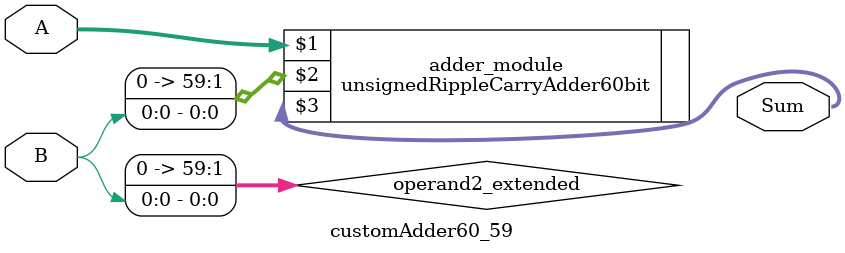
<source format=v>
module customAdder60_59(
                        input [59 : 0] A,
                        input [0 : 0] B,
                        
                        output [60 : 0] Sum
                );

        wire [59 : 0] operand2_extended;
        
        assign operand2_extended =  {59'b0, B};
        
        unsignedRippleCarryAdder60bit adder_module(
            A,
            operand2_extended,
            Sum
        );
        
        endmodule
        
</source>
